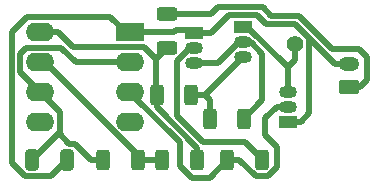
<source format=gbr>
%TF.GenerationSoftware,KiCad,Pcbnew,6.0.7-f9a2dced07~116~ubuntu20.04.1*%
%TF.CreationDate,2022-10-29T18:07:39-04:00*%
%TF.ProjectId,transmitter,7472616e-736d-4697-9474-65722e6b6963,rev?*%
%TF.SameCoordinates,Original*%
%TF.FileFunction,Copper,L1,Top*%
%TF.FilePolarity,Positive*%
%FSLAX46Y46*%
G04 Gerber Fmt 4.6, Leading zero omitted, Abs format (unit mm)*
G04 Created by KiCad (PCBNEW 6.0.7-f9a2dced07~116~ubuntu20.04.1) date 2022-10-29 18:07:39*
%MOMM*%
%LPD*%
G01*
G04 APERTURE LIST*
G04 Aperture macros list*
%AMRoundRect*
0 Rectangle with rounded corners*
0 $1 Rounding radius*
0 $2 $3 $4 $5 $6 $7 $8 $9 X,Y pos of 4 corners*
0 Add a 4 corners polygon primitive as box body*
4,1,4,$2,$3,$4,$5,$6,$7,$8,$9,$2,$3,0*
0 Add four circle primitives for the rounded corners*
1,1,$1+$1,$2,$3*
1,1,$1+$1,$4,$5*
1,1,$1+$1,$6,$7*
1,1,$1+$1,$8,$9*
0 Add four rect primitives between the rounded corners*
20,1,$1+$1,$2,$3,$4,$5,0*
20,1,$1+$1,$4,$5,$6,$7,0*
20,1,$1+$1,$6,$7,$8,$9,0*
20,1,$1+$1,$8,$9,$2,$3,0*%
G04 Aperture macros list end*
%TA.AperFunction,SMDPad,CuDef*%
%ADD10RoundRect,0.250000X0.625000X-0.312500X0.625000X0.312500X-0.625000X0.312500X-0.625000X-0.312500X0*%
%TD*%
%TA.AperFunction,ComponentPad*%
%ADD11O,1.750000X1.200000*%
%TD*%
%TA.AperFunction,ComponentPad*%
%ADD12RoundRect,0.250000X0.625000X-0.350000X0.625000X0.350000X-0.625000X0.350000X-0.625000X-0.350000X0*%
%TD*%
%TA.AperFunction,SMDPad,CuDef*%
%ADD13RoundRect,0.250000X-0.312500X-0.625000X0.312500X-0.625000X0.312500X0.625000X-0.312500X0.625000X0*%
%TD*%
%TA.AperFunction,ComponentPad*%
%ADD14R,2.400000X1.600000*%
%TD*%
%TA.AperFunction,ComponentPad*%
%ADD15O,2.400000X1.600000*%
%TD*%
%TA.AperFunction,SMDPad,CuDef*%
%ADD16RoundRect,0.250000X0.312500X0.625000X-0.312500X0.625000X-0.312500X-0.625000X0.312500X-0.625000X0*%
%TD*%
%TA.AperFunction,ComponentPad*%
%ADD17O,1.500000X1.050000*%
%TD*%
%TA.AperFunction,ComponentPad*%
%ADD18R,1.500000X1.050000*%
%TD*%
%TA.AperFunction,SMDPad,CuDef*%
%ADD19RoundRect,0.250000X-0.325000X-0.650000X0.325000X-0.650000X0.325000X0.650000X-0.325000X0.650000X0*%
%TD*%
%TA.AperFunction,ComponentPad*%
%ADD20C,1.400000*%
%TD*%
%TA.AperFunction,Conductor*%
%ADD21C,0.500000*%
%TD*%
G04 APERTURE END LIST*
D10*
%TO.P,J1,1*%
%TO.N,VCC*%
X131943230Y-87534451D03*
%TO.P,J1,2*%
X131943230Y-84609451D03*
%TD*%
D11*
%TO.P,J0,2,Pin_2*%
%TO.N,GND*%
X147296998Y-88866733D03*
D12*
%TO.P,J0,1,Pin_1*%
%TO.N,VCC*%
X147296998Y-90866733D03*
%TD*%
D13*
%TO.P,J1,1*%
%TO.N,VCC*%
X131037500Y-91500000D03*
%TO.P,J1,2*%
X133962500Y-91500000D03*
%TD*%
D14*
%TO.P,U1,1,GND*%
%TO.N,GND*%
X128825000Y-86200000D03*
D15*
%TO.P,U1,2,TR*%
%TO.N,Net-(U1-Pad2)*%
X128825000Y-88740000D03*
%TO.P,U1,3,Q*%
%TO.N,Net-(U1-Pad3)*%
X128825000Y-91280000D03*
%TO.P,U1,4,R*%
%TO.N,unconnected-(U1-Pad4)*%
X128825000Y-93820000D03*
%TO.P,U1,5,CV*%
%TO.N,unconnected-(U1-Pad5)*%
X121205000Y-93820000D03*
%TO.P,U1,6,THR*%
%TO.N,Net-(U1-Pad2)*%
X121205000Y-91280000D03*
%TO.P,U1,7,DIS*%
%TO.N,Net-(U1-Pad7)*%
X121205000Y-88740000D03*
%TO.P,U1,8,VCC*%
%TO.N,VCC*%
X121205000Y-86200000D03*
%TD*%
D16*
%TO.P,R4,1*%
%TO.N,Net-(R4-Pad1)*%
X138462500Y-93500000D03*
%TO.P,R4,2*%
%TO.N,VCC*%
X135537500Y-93500000D03*
%TD*%
D13*
%TO.P,R3,1*%
%TO.N,Net-(U1-Pad3)*%
X137037500Y-97000000D03*
%TO.P,R3,2*%
%TO.N,Net-(R3-Pad2)*%
X139962500Y-97000000D03*
%TD*%
D16*
%TO.P,R2,1*%
%TO.N,Net-(U1-Pad7)*%
X129462500Y-97000000D03*
%TO.P,R2,2*%
%TO.N,Net-(U1-Pad2)*%
X126537500Y-97000000D03*
%TD*%
%TO.P,R1,2*%
%TO.N,Net-(U1-Pad7)*%
X131537500Y-97000000D03*
%TO.P,R1,1*%
%TO.N,VCC*%
X134462500Y-97000000D03*
%TD*%
D17*
%TO.P,Q3,3,C*%
%TO.N,Net-(AE1-Pad1)*%
X142140000Y-91230000D03*
%TO.P,Q3,2,B*%
%TO.N,Net-(U1-Pad3)*%
X142140000Y-92500000D03*
D18*
%TO.P,Q3,1,E*%
%TO.N,GND*%
X142140000Y-93770000D03*
%TD*%
%TO.P,Q2,1,E*%
%TO.N,Net-(AE1-Pad1)*%
X138360000Y-85730000D03*
D17*
%TO.P,Q2,2,B*%
%TO.N,Net-(R4-Pad1)*%
X138360000Y-87000000D03*
%TO.P,Q2,3,C*%
%TO.N,VCC*%
X138360000Y-88270000D03*
%TD*%
D18*
%TO.P,Q1,1,E*%
%TO.N,GND*%
X134221429Y-86223831D03*
D17*
%TO.P,Q1,2,B*%
%TO.N,Net-(R3-Pad2)*%
X134221429Y-87493831D03*
%TO.P,Q1,3,C*%
%TO.N,Net-(R4-Pad1)*%
X134221429Y-88763831D03*
%TD*%
D19*
%TO.P,C1,1*%
%TO.N,Net-(U1-Pad2)*%
X120525000Y-97000000D03*
%TO.P,C1,2*%
%TO.N,GND*%
X123475000Y-97000000D03*
%TD*%
D20*
%TO.P,AE1,1,A*%
%TO.N,Net-(AE1-Pad1)*%
X142720872Y-87202382D03*
%TD*%
D21*
%TO.N,VCC*%
X131943230Y-84609451D02*
X135683928Y-84609451D01*
X135683928Y-84609451D02*
X136238379Y-84055000D01*
X136238379Y-84055000D02*
X140013533Y-84055000D01*
X148868159Y-88301246D02*
X148868159Y-90252482D01*
X140013533Y-84055000D02*
X140752266Y-84793733D01*
X148253908Y-90866733D02*
X147296998Y-90866733D01*
X140752266Y-84793733D02*
X143082257Y-84793733D01*
X143082257Y-84793733D02*
X145898259Y-87609735D01*
X145898259Y-87609735D02*
X148176648Y-87609735D01*
X148176648Y-87609735D02*
X148868159Y-88301246D01*
X148868159Y-90252482D02*
X148253908Y-90866733D01*
X131943230Y-87534451D02*
X131915549Y-87534451D01*
X131915549Y-87534451D02*
X131000000Y-88450000D01*
%TO.N,Net-(R3-Pad2)*%
X134221429Y-87493831D02*
X133887571Y-87493831D01*
X132759585Y-88621817D02*
X132759585Y-93259585D01*
X133887571Y-87493831D02*
X132759585Y-88621817D01*
X132759585Y-93259585D02*
X135000000Y-95500000D01*
X135000000Y-95500000D02*
X138500000Y-95500000D01*
X138500000Y-95500000D02*
X139962500Y-96962500D01*
X139962500Y-96962500D02*
X139962500Y-97000000D01*
%TO.N,GND*%
X132500000Y-86200000D02*
X128825000Y-86200000D01*
X132700000Y-86000000D02*
X132500000Y-86200000D01*
X133997598Y-86000000D02*
X132700000Y-86000000D01*
X134221429Y-86223831D02*
X133997598Y-86000000D01*
X134221429Y-86223831D02*
X135691169Y-86223831D01*
X137160000Y-84755000D02*
X139560000Y-84755000D01*
X135691169Y-86223831D02*
X137160000Y-84755000D01*
X140298733Y-85493733D02*
X142792307Y-85493733D01*
X139560000Y-84755000D02*
X140298733Y-85493733D01*
X142792307Y-85493733D02*
X143977218Y-86678644D01*
%TO.N,Net-(R4-Pad1)*%
X134221429Y-88763831D02*
X136262311Y-88763831D01*
X136262311Y-88763831D02*
X138026142Y-87000000D01*
X138026142Y-87000000D02*
X138360000Y-87000000D01*
%TO.N,GND*%
X147296998Y-88866733D02*
X146165307Y-88866733D01*
X146165307Y-88866733D02*
X143977218Y-86678644D01*
%TO.N,Net-(AE1-Pad1)*%
X142140000Y-89140000D02*
X142720872Y-88559128D01*
X142720872Y-88559128D02*
X142720872Y-87202382D01*
%TO.N,GND*%
X143977218Y-86678644D02*
X143977218Y-93060008D01*
X143977218Y-93060008D02*
X143267226Y-93770000D01*
X143267226Y-93770000D02*
X142140000Y-93770000D01*
%TO.N,Net-(U1-Pad3)*%
X137037500Y-97000000D02*
X138035051Y-97000000D01*
X138035051Y-97000000D02*
X139431974Y-98396923D01*
X141235000Y-92500000D02*
X142140000Y-92500000D01*
X139431974Y-98396923D02*
X140495185Y-98396923D01*
X140495185Y-98396923D02*
X141269772Y-97622336D01*
X141269772Y-97622336D02*
X141269772Y-95913686D01*
X141269772Y-95913686D02*
X140244583Y-94888497D01*
X140244583Y-94888497D02*
X140244583Y-93490417D01*
X140244583Y-93490417D02*
X141235000Y-92500000D01*
%TO.N,Net-(AE1-Pad1)*%
X138730000Y-85730000D02*
X138360000Y-85730000D01*
X142140000Y-89140000D02*
X138730000Y-85730000D01*
X142140000Y-91230000D02*
X142140000Y-89140000D01*
%TO.N,Net-(R4-Pad1)*%
X140000000Y-91962500D02*
X140000000Y-88000000D01*
X138462500Y-93500000D02*
X140000000Y-91962500D01*
X140000000Y-88000000D02*
X139000000Y-87000000D01*
X139000000Y-87000000D02*
X138360000Y-87000000D01*
%TO.N,VCC*%
X135537500Y-93500000D02*
X135537500Y-91907500D01*
X135537500Y-91907500D02*
X135130000Y-91500000D01*
X133962500Y-91500000D02*
X135130000Y-91500000D01*
X135130000Y-91500000D02*
X138360000Y-88270000D01*
X131037500Y-91500000D02*
X131037500Y-92547550D01*
X131037500Y-92547550D02*
X134462500Y-95972550D01*
X134462500Y-95972550D02*
X134462500Y-97000000D01*
X121205000Y-86200000D02*
X122689244Y-86200000D01*
X122689244Y-86200000D02*
X123939244Y-87450000D01*
X123939244Y-87450000D02*
X130000000Y-87450000D01*
X131000000Y-88450000D02*
X131000000Y-91462500D01*
X130000000Y-87450000D02*
X131000000Y-88450000D01*
X131000000Y-91462500D02*
X131037500Y-91500000D01*
%TO.N,Net-(U1-Pad3)*%
X128825000Y-91280000D02*
X128825000Y-91325000D01*
X135537500Y-98500000D02*
X137037500Y-97000000D01*
X128825000Y-91325000D02*
X133000000Y-95500000D01*
X133000000Y-95500000D02*
X133000000Y-97500000D01*
X133000000Y-97500000D02*
X134000000Y-98500000D01*
X134000000Y-98500000D02*
X135537500Y-98500000D01*
%TO.N,Net-(U1-Pad7)*%
X131537500Y-97000000D02*
X129462500Y-97000000D01*
%TO.N,Net-(U1-Pad2)*%
X119500000Y-88000000D02*
X120010000Y-87490000D01*
X122990000Y-87490000D02*
X124240000Y-88740000D01*
X121205000Y-91280000D02*
X119500000Y-89575000D01*
X119500000Y-89575000D02*
X119500000Y-88000000D01*
X124240000Y-88740000D02*
X128825000Y-88740000D01*
X120010000Y-87490000D02*
X122990000Y-87490000D01*
%TO.N,GND*%
X128425000Y-86200000D02*
X128825000Y-86200000D01*
X127125000Y-84900000D02*
X128425000Y-86200000D01*
X120100000Y-84900000D02*
X127125000Y-84900000D01*
X118800499Y-86199501D02*
X120100000Y-84900000D01*
X122125000Y-98350000D02*
X119910051Y-98350000D01*
X118800499Y-97240448D02*
X118800499Y-86199501D01*
X119910051Y-98350000D02*
X118800499Y-97240448D01*
X123475000Y-97000000D02*
X122125000Y-98350000D01*
%TO.N,Net-(U1-Pad7)*%
X121205000Y-88740000D02*
X121577233Y-88740000D01*
%TO.N,Net-(U1-Pad2)*%
X126537500Y-97000000D02*
X125500000Y-97000000D01*
%TO.N,Net-(U1-Pad7)*%
X121577233Y-88740000D02*
X129462500Y-96625267D01*
X129462500Y-96625267D02*
X129462500Y-97000000D01*
%TO.N,Net-(U1-Pad2)*%
X125500000Y-97000000D02*
X124150000Y-95650000D01*
X124150000Y-95650000D02*
X123668750Y-95650000D01*
X123668750Y-95650000D02*
X122781250Y-94762500D01*
X122781250Y-94762500D02*
X122762500Y-94762500D01*
X120525000Y-97000000D02*
X122762500Y-94762500D01*
X122762500Y-94762500D02*
X122855000Y-94670000D01*
X122855000Y-94670000D02*
X122855000Y-92930000D01*
X122855000Y-92930000D02*
X121205000Y-91280000D01*
%TD*%
M02*

</source>
